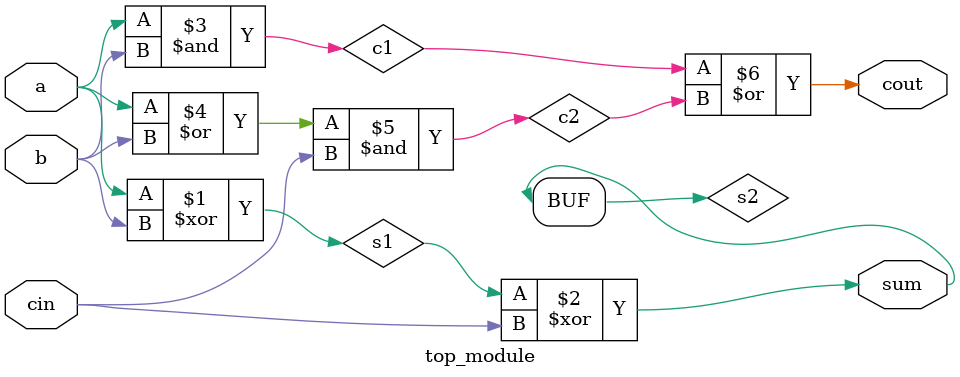
<source format=sv>
module top_module (
	input a,
	input b,
	input cin,
	output cout,
	output sum
);

	// Internal signals
	wire s1, s2, c1, c2;

	// Assignments for the internal signals
	assign s1 = a ^ b;
	assign s2 = s1 ^ cin;
	assign sum = s2;
	assign c1 = a & b;
	assign c2 = (a | b) & cin;
	assign cout = c1 | c2;

endmodule

</source>
